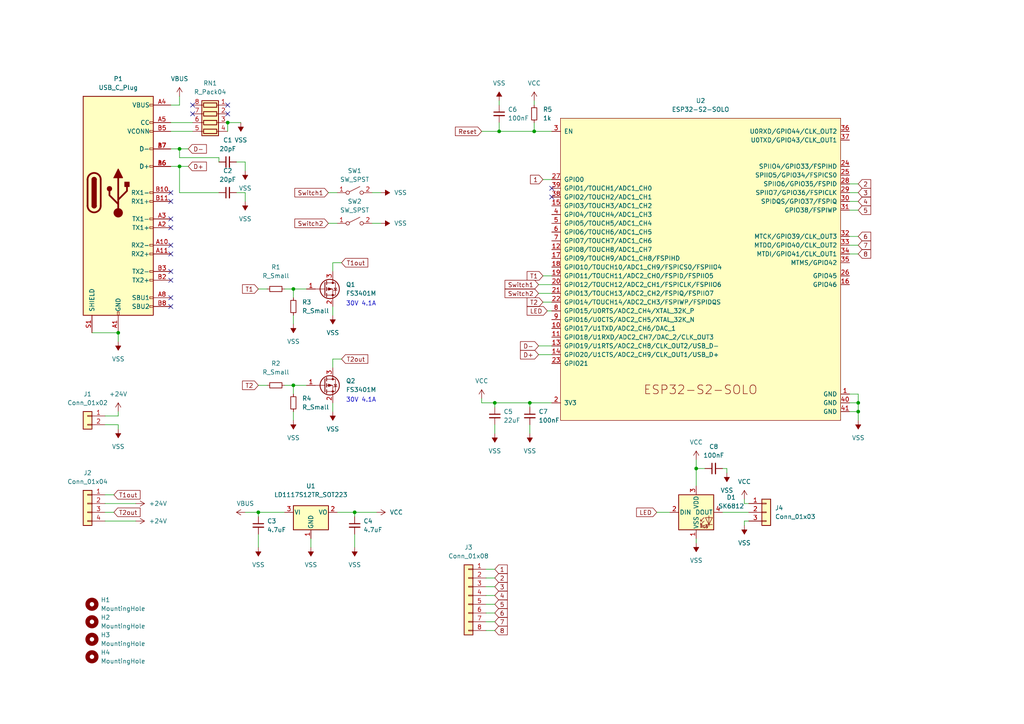
<source format=kicad_sch>
(kicad_sch (version 20211123) (generator eeschema)
  (paper "A4")
  (lib_symbols
    (symbol "Connector:USB_C_Plug" (pin_names (offset 1.016))
      (property "Reference" "P1" (at 0 33.02 0))
      (property "Value" "USB_C_Plug" (at 0 30.48 0))
      (symbol "USB_C_Plug_0_0"
        (rectangle (start -0.254 -35.56) (end 0.254 -34.544))
        (rectangle (start 10.16 -32.766) (end 9.144 -33.274))
        (rectangle (start 10.16 -30.226) (end 9.144 -30.734))
        (rectangle (start 10.16 -25.146) (end 9.144 -25.654))
        (rectangle (start 10.16 -22.606) (end 9.144 -23.114))
        (rectangle (start 10.16 -17.526) (end 9.144 -18.034))
        (rectangle (start 10.16 -14.986) (end 9.144 -15.494))
        (rectangle (start 10.16 -9.906) (end 9.144 -10.414))
        (rectangle (start 10.16 -7.366) (end 9.144 -7.874))
        (rectangle (start 10.16 -2.286) (end 9.144 -2.794))
        (rectangle (start 10.16 0.254) (end 9.144 -0.254))
        (rectangle (start 10.16 7.874) (end 9.144 7.366))
        (rectangle (start 10.16 12.954) (end 9.144 12.446))
        (rectangle (start 10.16 18.034) (end 9.144 17.526))
        (rectangle (start 10.16 20.574) (end 9.144 20.066))
        (rectangle (start 10.16 25.654) (end 9.144 25.146))
      )
      (symbol "USB_C_Plug_0_1"
        (rectangle (start -10.16 27.94) (end 10.16 -35.56) (stroke (width 0.254)) (fill (type background)))
        (arc (start -8.89 -3.81) (mid -6.985 -5.715) (end -5.08 -3.81) (stroke (width 0.508)))
        (arc (start -7.62 -3.81) (mid -6.985 -4.445) (end -6.35 -3.81) (stroke (width 0.254)))
        (arc (start -7.62 -3.81) (mid -6.985 -4.445) (end -6.35 -3.81) (stroke (width 0.254)) (fill (type outline)))
        (rectangle (start -7.62 -3.81) (end -6.35 3.81) (stroke (width 0.254)) (fill (type outline)))
        (arc (start -6.35 3.81) (mid -6.985 4.445) (end -7.62 3.81) (stroke (width 0.254)))
        (arc (start -6.35 3.81) (mid -6.985 4.445) (end -7.62 3.81) (stroke (width 0.254)) (fill (type outline)))
        (arc (start -5.08 3.81) (mid -6.985 5.715) (end -8.89 3.81) (stroke (width 0.508)))
        (polyline (pts (xy -8.89 -3.81) (xy -8.89 3.81)) (stroke (width 0.508)))
        (polyline (pts (xy -5.08 3.81) (xy -5.08 -3.81)) (stroke (width 0.508)))
      )
      (symbol "USB_C_Plug_1_1"
        (circle (center -2.54 1.143) (radius 0.635) (stroke (width 0.254)) (fill (type outline)))
        (circle (center 0 -5.842) (radius 1.27) (fill (type outline)))
        (polyline (pts (xy 0 -5.842) (xy 0 4.318)) (stroke (width 0.508)))
        (polyline (pts (xy 0 -3.302) (xy -2.54 -0.762) (xy -2.54 0.508)) (stroke (width 0.508)))
        (polyline (pts (xy 0 -2.032) (xy 2.54 0.508) (xy 2.54 1.778)) (stroke (width 0.508)))
        (polyline (pts (xy -1.27 4.318) (xy 0 6.858) (xy 1.27 4.318) (xy -1.27 4.318)) (stroke (width 0.254)) (fill (type outline)))
        (rectangle (start 1.905 1.778) (end 3.175 3.048) (stroke (width 0.254)) (fill (type outline)))
        (pin passive line (at 0 -40.64 90) (length 5.08) (name "GND") (number "A1"))
        (pin bidirectional line (at 15.24 -15.24 180) (length 5.08) (name "RX2-") (number "A10"))
        (pin bidirectional line (at 15.24 -17.78 180) (length 5.08) (name "RX2+") (number "A11"))
        (pin passive line (at 0 -40.64 90) (length 5.08) hide (name "GND") (number "A12"))
        (pin bidirectional line (at 15.24 -10.16 180) (length 5.08) (name "TX1+") (number "A2"))
        (pin bidirectional line (at 15.24 -7.62 180) (length 5.08) (name "TX1-") (number "A3"))
        (pin passive line (at 15.24 25.4 180) (length 5.08) (name "VBUS") (number "A4"))
        (pin bidirectional line (at 15.24 20.32 180) (length 5.08) (name "CC") (number "A5"))
        (pin bidirectional line (at 15.24 7.62 180) (length 5.08) (name "D+") (number "A6"))
        (pin bidirectional line (at 15.24 12.7 180) (length 5.08) (name "D-") (number "A7"))
        (pin bidirectional line (at 15.24 -30.48 180) (length 5.08) (name "SBU1") (number "A8"))
        (pin passive line (at 15.24 25.4 180) (length 5.08) hide (name "VBUS") (number "A9"))
        (pin passive line (at 0 -40.64 90) (length 5.08) hide (name "GND") (number "B1"))
        (pin bidirectional line (at 15.24 0 180) (length 5.08) (name "RX1-") (number "B10"))
        (pin bidirectional line (at 15.24 -2.54 180) (length 5.08) (name "RX1+") (number "B11"))
        (pin passive line (at 0 -40.64 90) (length 5.08) hide (name "GND") (number "B12"))
        (pin bidirectional line (at 15.24 -25.4 180) (length 5.08) (name "TX2+") (number "B2"))
        (pin bidirectional line (at 15.24 -22.86 180) (length 5.08) (name "TX2-") (number "B3"))
        (pin passive line (at 15.24 25.4 180) (length 5.08) hide (name "VBUS") (number "B4"))
        (pin bidirectional line (at 15.24 17.78 180) (length 5.08) (name "VCONN") (number "B5"))
        (pin bidirectional line (at 15.24 7.62 180) (length 5.08) (name "D+") (number "B6"))
        (pin bidirectional line (at 15.24 12.7 180) (length 5.08) (name "D-") (number "B7"))
        (pin bidirectional line (at 15.24 -33.02 180) (length 5.08) (name "SBU2") (number "B8"))
        (pin passive line (at 15.24 25.4 180) (length 5.08) hide (name "VBUS") (number "B9"))
        (pin passive line (at -7.62 -40.64 90) (length 5.08) (name "SHIELD") (number "S1"))
      )
    )
    (symbol "Connector_Generic:Conn_01x02" (pin_names (offset 1.016) hide)
      (property "Reference" "J" (at 0 2.54 0))
      (property "Value" "Conn_01x02" (at 0 -5.08 0))
      (symbol "Conn_01x02_1_1"
        (rectangle (start -1.27 -2.413) (end 0 -2.667) (stroke (width 0.1524)))
        (rectangle (start -1.27 0.127) (end 0 -0.127) (stroke (width 0.1524)))
        (rectangle (start -1.27 1.27) (end 1.27 -3.81) (stroke (width 0.254)) (fill (type background)))
        (pin passive line (at -5.08 0 0) (length 3.81) (name "Pin_1") (number "1"))
        (pin passive line (at -5.08 -2.54 0) (length 3.81) (name "Pin_2") (number "2"))
      )
    )
    (symbol "Connector_Generic:Conn_01x03" (pin_names (offset 1.016) hide)
      (property "Reference" "J" (at 0 5.08 0))
      (property "Value" "Conn_01x03" (at 0 -5.08 0))
      (symbol "Conn_01x03_1_1"
        (rectangle (start -1.27 -2.413) (end 0 -2.667) (stroke (width 0.1524)))
        (rectangle (start -1.27 0.127) (end 0 -0.127) (stroke (width 0.1524)))
        (rectangle (start -1.27 2.667) (end 0 2.413) (stroke (width 0.1524)))
        (rectangle (start -1.27 3.81) (end 1.27 -3.81) (stroke (width 0.254)) (fill (type background)))
        (pin passive line (at -5.08 2.54 0) (length 3.81) (name "Pin_1") (number "1"))
        (pin passive line (at -5.08 0 0) (length 3.81) (name "Pin_2") (number "2"))
        (pin passive line (at -5.08 -2.54 0) (length 3.81) (name "Pin_3") (number "3"))
      )
    )
    (symbol "Connector_Generic:Conn_01x04" (pin_names (offset 1.016) hide)
      (property "Reference" "J" (at 0 5.08 0))
      (property "Value" "Conn_01x04" (at 0 -7.62 0))
      (symbol "Conn_01x04_1_1"
        (rectangle (start -1.27 -4.953) (end 0 -5.207) (stroke (width 0.1524)))
        (rectangle (start -1.27 -2.413) (end 0 -2.667) (stroke (width 0.1524)))
        (rectangle (start -1.27 0.127) (end 0 -0.127) (stroke (width 0.1524)))
        (rectangle (start -1.27 2.667) (end 0 2.413) (stroke (width 0.1524)))
        (rectangle (start -1.27 3.81) (end 1.27 -6.35) (stroke (width 0.254)) (fill (type background)))
        (pin passive line (at -5.08 2.54 0) (length 3.81) (name "Pin_1") (number "1"))
        (pin passive line (at -5.08 0 0) (length 3.81) (name "Pin_2") (number "2"))
        (pin passive line (at -5.08 -2.54 0) (length 3.81) (name "Pin_3") (number "3"))
        (pin passive line (at -5.08 -5.08 0) (length 3.81) (name "Pin_4") (number "4"))
      )
    )
    (symbol "Connector_Generic:Conn_01x08" (pin_names (offset 1.016) hide)
      (property "Reference" "J" (at 0 10.16 0))
      (property "Value" "Conn_01x08" (at 0 -12.7 0))
      (symbol "Conn_01x08_1_1"
        (rectangle (start -1.27 -10.033) (end 0 -10.287) (stroke (width 0.1524)))
        (rectangle (start -1.27 -7.493) (end 0 -7.747) (stroke (width 0.1524)))
        (rectangle (start -1.27 -4.953) (end 0 -5.207) (stroke (width 0.1524)))
        (rectangle (start -1.27 -2.413) (end 0 -2.667) (stroke (width 0.1524)))
        (rectangle (start -1.27 0.127) (end 0 -0.127) (stroke (width 0.1524)))
        (rectangle (start -1.27 2.667) (end 0 2.413) (stroke (width 0.1524)))
        (rectangle (start -1.27 5.207) (end 0 4.953) (stroke (width 0.1524)))
        (rectangle (start -1.27 7.747) (end 0 7.493) (stroke (width 0.1524)))
        (rectangle (start -1.27 8.89) (end 1.27 -11.43) (stroke (width 0.254)) (fill (type background)))
        (pin passive line (at -5.08 7.62 0) (length 3.81) (name "Pin_1") (number "1"))
        (pin passive line (at -5.08 5.08 0) (length 3.81) (name "Pin_2") (number "2"))
        (pin passive line (at -5.08 2.54 0) (length 3.81) (name "Pin_3") (number "3"))
        (pin passive line (at -5.08 0 0) (length 3.81) (name "Pin_4") (number "4"))
        (pin passive line (at -5.08 -2.54 0) (length 3.81) (name "Pin_5") (number "5"))
        (pin passive line (at -5.08 -5.08 0) (length 3.81) (name "Pin_6") (number "6"))
        (pin passive line (at -5.08 -7.62 0) (length 3.81) (name "Pin_7") (number "7"))
        (pin passive line (at -5.08 -10.16 0) (length 3.81) (name "Pin_8") (number "8"))
      )
    )
    (symbol "Device:C_Small" (pin_numbers hide) (pin_names (offset 0.254) hide)
      (property "Reference" "C" (at 0.254 1.778 0))
      (property "Value" "C_Small" (at 0.254 -2.032 0))
      (symbol "C_Small_0_1"
        (polyline (pts (xy -1.524 -0.508) (xy 1.524 -0.508)) (stroke (width 0.3302)))
        (polyline (pts (xy -1.524 0.508) (xy 1.524 0.508)) (stroke (width 0.3048)))
      )
      (symbol "C_Small_1_1"
        (pin passive line (at 0 2.54 270) (length 2.032) (name "~") (number "1"))
        (pin passive line (at 0 -2.54 90) (length 2.032) (name "~") (number "2"))
      )
    )
    (symbol "Device:R_Pack04" (pin_names (offset 0) hide)
      (property "Reference" "RN" (at -7.62 0 90))
      (property "Value" "R_Pack04" (at 5.08 0 90))
      (symbol "R_Pack04_0_1"
        (rectangle (start -6.35 -2.413) (end 3.81 2.413) (stroke (width 0.254)) (fill (type background)))
        (rectangle (start -5.715 1.905) (end -4.445 -1.905) (stroke (width 0.254)))
        (rectangle (start -3.175 1.905) (end -1.905 -1.905) (stroke (width 0.254)))
        (rectangle (start -0.635 1.905) (end 0.635 -1.905) (stroke (width 0.254)))
        (polyline (pts (xy -5.08 -2.54) (xy -5.08 -1.905)))
        (polyline (pts (xy -5.08 1.905) (xy -5.08 2.54)))
        (polyline (pts (xy -2.54 -2.54) (xy -2.54 -1.905)))
        (polyline (pts (xy -2.54 1.905) (xy -2.54 2.54)))
        (polyline (pts (xy 0 -2.54) (xy 0 -1.905)))
        (polyline (pts (xy 0 1.905) (xy 0 2.54)))
        (polyline (pts (xy 2.54 -2.54) (xy 2.54 -1.905)))
        (polyline (pts (xy 2.54 1.905) (xy 2.54 2.54)))
        (rectangle (start 1.905 1.905) (end 3.175 -1.905) (stroke (width 0.254)))
      )
      (symbol "R_Pack04_1_1"
        (pin passive line (at -5.08 -5.08 90) (length 2.54) (name "R1.1") (number "1"))
        (pin passive line (at -2.54 -5.08 90) (length 2.54) (name "R2.1") (number "2"))
        (pin passive line (at 0 -5.08 90) (length 2.54) (name "R3.1") (number "3"))
        (pin passive line (at 2.54 -5.08 90) (length 2.54) (name "R4.1") (number "4"))
        (pin passive line (at 2.54 5.08 270) (length 2.54) (name "R4.2") (number "5"))
        (pin passive line (at 0 5.08 270) (length 2.54) (name "R3.2") (number "6"))
        (pin passive line (at -2.54 5.08 270) (length 2.54) (name "R2.2") (number "7"))
        (pin passive line (at -5.08 5.08 270) (length 2.54) (name "R1.2") (number "8"))
      )
    )
    (symbol "Device:R_Small" (pin_numbers hide) (pin_names (offset 0.254) hide)
      (property "Reference" "R" (at 0.762 0.508 0))
      (property "Value" "R_Small" (at 0.762 -1.016 0))
      (symbol "R_Small_0_1"
        (rectangle (start -0.762 1.778) (end 0.762 -1.778) (stroke (width 0.2032)))
      )
      (symbol "R_Small_1_1"
        (pin passive line (at 0 2.54 270) (length 0.762) (name "~") (number "1"))
        (pin passive line (at 0 -2.54 90) (length 0.762) (name "~") (number "2"))
      )
    )
    (symbol "Espressif:ESP32-S2-SOLO" (pin_names (offset 1.016))
      (property "Reference" "U" (at 0 43.18 0))
      (property "Value" "ESP32-S2-SOLO" (at 0 -46.99 0))
      (symbol "ESP32-S2-SOLO_0_1"
        (rectangle (start -40.64 41.91) (end 40.64 -45.72) (fill (type background)))
      )
      (symbol "ESP32-S2-SOLO_1_1"
        (text "ESP32-S2-SOLO" (at 0 -36.83 0) (effects (font (size 2.54 2.54))))
        (pin power_in line (at 43.18 -38.1 180) (length 2.54) (name "GND") (number "1"))
        (pin bidirectional line (at -43.18 -19.05 0) (length 2.54) (name "GPIO17/U1TXD/ADC2_CH6/DAC_1") (number "10"))
        (pin bidirectional line (at -43.18 -21.59 0) (length 2.54) (name "GPIO18/U1RXD/ADC2_CH7/DAC_2/CLK_OUT3") (number "11"))
        (pin bidirectional line (at -43.18 3.81 0) (length 2.54) (name "GPIO8/TOUCH8/ADC1_CH7") (number "12"))
        (pin bidirectional line (at -43.18 -24.13 0) (length 2.54) (name "GPIO19/U1RTS/ADC2_CH8/CLK_OUT2/USB_D-") (number "13"))
        (pin bidirectional line (at -43.18 -26.67 0) (length 2.54) (name "GPIO20/U1CTS/ADC2_CH9/CLK_OUT1/USB_D+") (number "14"))
        (pin bidirectional line (at -43.18 16.51 0) (length 2.54) (name "GPIO3/TOUCH3/ADC1_CH2") (number "15"))
        (pin input line (at 43.18 -6.35 180) (length 2.54) (name "GPIO46") (number "16"))
        (pin bidirectional line (at -43.18 1.27 0) (length 2.54) (name "GPIO9/TOUCH9/ADC1_CH8/FSPIHD") (number "17"))
        (pin bidirectional line (at -43.18 -1.27 0) (length 2.54) (name "GPIO10/TOUCH10/ADC1_CH9/FSPICS0/FSPIIO4") (number "18"))
        (pin bidirectional line (at -43.18 -3.81 0) (length 2.54) (name "GPIO11/TOUCH11/ADC2_CH0/FSPID/FSPIIO5") (number "19"))
        (pin power_in line (at -43.18 -40.64 0) (length 2.54) (name "3V3") (number "2"))
        (pin bidirectional line (at -43.18 -6.35 0) (length 2.54) (name "GPIO12/TOUCH12/ADC2_CH1/FSPICLK/FSPIIO6") (number "20"))
        (pin bidirectional line (at -43.18 -8.89 0) (length 2.54) (name "GPIO13/TOUCH13/ADC2_CH2/FSPIQ/FSPIIO7") (number "21"))
        (pin bidirectional line (at -43.18 -11.43 0) (length 2.54) (name "GPIO14/TOUCH14/ADC2_CH3/FSPIWP/FSPIDQS") (number "22"))
        (pin bidirectional line (at -43.18 -29.21 0) (length 2.54) (name "GPIO21") (number "23"))
        (pin bidirectional line (at 43.18 27.94 180) (length 2.54) (name "SPIIO4/GPIO33/FSPIHD") (number "24"))
        (pin bidirectional line (at 43.18 25.4 180) (length 2.54) (name "SPIIO5/GPIO34/FSPICS0") (number "25"))
        (pin bidirectional line (at 43.18 -3.81 180) (length 2.54) (name "GPIO45") (number "26"))
        (pin bidirectional line (at -43.18 24.13 0) (length 2.54) (name "GPIO0") (number "27"))
        (pin bidirectional line (at 43.18 22.86 180) (length 2.54) (name "SPIIO6/GPIO35/FSPID") (number "28"))
        (pin bidirectional line (at 43.18 20.32 180) (length 2.54) (name "SPIIO7/GPIO36/FSPICLK") (number "29"))
        (pin bidirectional line (at -43.18 38.1 0) (length 2.54) (name "EN") (number "3"))
        (pin bidirectional line (at 43.18 17.78 180) (length 2.54) (name "SPIDQS/GPIO37/FSPIQ") (number "30"))
        (pin bidirectional line (at 43.18 15.24 180) (length 2.54) (name "GPIO38/FSPIWP") (number "31"))
        (pin bidirectional line (at 43.18 7.62 180) (length 2.54) (name "MTCK/GPIO39/CLK_OUT3") (number "32"))
        (pin bidirectional line (at 43.18 5.08 180) (length 2.54) (name "MTDO/GPIO40/CLK_OUT2") (number "33"))
        (pin bidirectional line (at 43.18 2.54 180) (length 2.54) (name "MTDI/GPIO41/CLK_OUT1") (number "34"))
        (pin bidirectional line (at 43.18 0 180) (length 2.54) (name "MTMS/GPIO42") (number "35"))
        (pin bidirectional line (at 43.18 38.1 180) (length 2.54) (name "U0RXD/GPIO44/CLK_OUT2") (number "36"))
        (pin bidirectional line (at 43.18 35.56 180) (length 2.54) (name "U0TXD/GPIO43/CLK_OUT1") (number "37"))
        (pin bidirectional line (at -43.18 19.05 0) (length 2.54) (name "GPIO2/TOUCH2/ADC1_CH1") (number "38"))
        (pin bidirectional line (at -43.18 21.59 0) (length 2.54) (name "GPIO1/TOUCH1/ADC1_CH0") (number "39"))
        (pin bidirectional line (at -43.18 13.97 0) (length 2.54) (name "GPIO4/TOUCH4/ADC1_CH3") (number "4"))
        (pin input line (at 43.18 -40.64 180) (length 2.54) (name "GND") (number "40"))
        (pin input line (at 43.18 -43.18 180) (length 2.54) (name "GND") (number "41"))
        (pin bidirectional line (at -43.18 11.43 0) (length 2.54) (name "GPIO5/TOUCH5/ADC1_CH4") (number "5"))
        (pin bidirectional line (at -43.18 8.89 0) (length 2.54) (name "GPIO6/TOUCH6/ADC1_CH5") (number "6"))
        (pin bidirectional line (at -43.18 6.35 0) (length 2.54) (name "GPIO7/TOUCH7/ADC1_CH6") (number "7"))
        (pin bidirectional line (at -43.18 -13.97 0) (length 2.54) (name "GPIO15/U0RTS/ADC2_CH4/XTAL_32K_P") (number "8"))
        (pin bidirectional line (at -43.18 -16.51 0) (length 2.54) (name "GPIO16/U0CTS/ADC2_CH5/XTAL_32K_N") (number "9"))
      )
    )
    (symbol "LED:SK6812" (pin_names (offset 0.254))
      (property "Reference" "D" (at 5.08 5.715 0))
      (property "Value" "SK6812" (at 1.27 -5.715 0))
      (symbol "SK6812_0_0"
        (text "RGB" (at 2.286 -4.191 0) (effects (font (size 0.762 0.762))))
      )
      (symbol "SK6812_0_1"
        (polyline (pts (xy 1.27 -3.556) (xy 1.778 -3.556)))
        (polyline (pts (xy 1.27 -2.54) (xy 1.778 -2.54)))
        (polyline (pts (xy 4.699 -3.556) (xy 2.667 -3.556)))
        (polyline (pts (xy 2.286 -2.54) (xy 1.27 -3.556) (xy 1.27 -3.048)))
        (polyline (pts (xy 2.286 -1.524) (xy 1.27 -2.54) (xy 1.27 -2.032)))
        (polyline (pts (xy 3.683 -1.016) (xy 3.683 -3.556) (xy 3.683 -4.064)))
        (polyline (pts (xy 4.699 -1.524) (xy 2.667 -1.524) (xy 3.683 -3.556) (xy 4.699 -1.524)))
        (rectangle (start 5.08 5.08) (end -5.08 -5.08) (stroke (width 0.254)) (fill (type background)))
      )
      (symbol "SK6812_1_1"
        (pin power_in line (at 0 -7.62 90) (length 2.54) (name "VSS") (number "1"))
        (pin input line (at -7.62 0 0) (length 2.54) (name "DIN") (number "2"))
        (pin power_in line (at 0 7.62 270) (length 2.54) (name "VDD") (number "3"))
        (pin output line (at 7.62 0 180) (length 2.54) (name "DOUT") (number "4"))
      )
    )
    (symbol "Mechanical:MountingHole" (pin_names (offset 1.016))
      (property "Reference" "H" (at 0 5.08 0))
      (property "Value" "MountingHole" (at 0 3.175 0))
      (symbol "MountingHole_0_1"
        (circle (center 0 0) (radius 1.27) (stroke (width 1.27)))
      )
    )
    (symbol "Regulator_Linear:LD1117S12TR_SOT223" (pin_names (offset 0.254))
      (property "Reference" "U" (at -3.81 3.175 0))
      (property "Value" "LD1117S12TR_SOT223" (at 0 3.175 0))
      (symbol "LD1117S12TR_SOT223_0_1"
        (rectangle (start -5.08 -5.08) (end 5.08 1.905) (stroke (width 0.254)) (fill (type background)))
      )
      (symbol "LD1117S12TR_SOT223_1_1"
        (pin power_in line (at 0 -7.62 90) (length 2.54) (name "GND") (number "1"))
        (pin power_out line (at 7.62 0 180) (length 2.54) (name "VO") (number "2"))
        (pin power_in line (at -7.62 0 0) (length 2.54) (name "VI") (number "3"))
      )
    )
    (symbol "Switch:SW_SPST" (pin_names (offset 0) hide)
      (property "Reference" "SW" (at 0 3.175 0))
      (property "Value" "SW_SPST" (at 0 -2.54 0))
      (symbol "SW_SPST_0_0"
        (circle (center -2.032 0) (radius 0.508))
        (polyline (pts (xy -1.524 0.254) (xy 1.524 1.778)))
        (circle (center 2.032 0) (radius 0.508))
      )
      (symbol "SW_SPST_1_1"
        (pin passive line (at -5.08 0 0) (length 2.54) (name "A") (number "1"))
        (pin passive line (at 5.08 0 180) (length 2.54) (name "B") (number "2"))
      )
    )
    (symbol "Transistor_FET:AO3401A" (pin_names hide)
      (property "Reference" "Q" (at 5.08 1.905 0))
      (property "Value" "AO3401A" (at 5.08 0 0))
      (symbol "AO3401A_0_1"
        (polyline (pts (xy 0.254 0) (xy -2.54 0)))
        (polyline (pts (xy 0.254 1.905) (xy 0.254 -1.905)) (stroke (width 0.254)))
        (polyline (pts (xy 0.762 -1.27) (xy 0.762 -2.286)) (stroke (width 0.254)))
        (polyline (pts (xy 0.762 0.508) (xy 0.762 -0.508)) (stroke (width 0.254)))
        (polyline (pts (xy 0.762 2.286) (xy 0.762 1.27)) (stroke (width 0.254)))
        (polyline (pts (xy 2.54 2.54) (xy 2.54 1.778)))
        (polyline (pts (xy 2.54 -2.54) (xy 2.54 0) (xy 0.762 0)))
        (polyline (pts (xy 0.762 1.778) (xy 3.302 1.778) (xy 3.302 -1.778) (xy 0.762 -1.778)))
        (polyline (pts (xy 2.286 0) (xy 1.27 0.381) (xy 1.27 -0.381) (xy 2.286 0)) (fill (type outline)))
        (polyline (pts (xy 2.794 -0.508) (xy 2.921 -0.381) (xy 3.683 -0.381) (xy 3.81 -0.254)))
        (polyline (pts (xy 3.302 -0.381) (xy 2.921 0.254) (xy 3.683 0.254) (xy 3.302 -0.381)))
        (circle (center 1.651 0) (radius 2.794) (stroke (width 0.254)))
        (circle (center 2.54 -1.778) (radius 0.254) (fill (type outline)))
        (circle (center 2.54 1.778) (radius 0.254) (fill (type outline)))
      )
      (symbol "AO3401A_1_1"
        (pin input line (at -5.08 0 0) (length 2.54) (name "G") (number "1"))
        (pin passive line (at 2.54 -5.08 90) (length 2.54) (name "S") (number "2"))
        (pin passive line (at 2.54 5.08 270) (length 2.54) (name "D") (number "3"))
      )
    )
    (symbol "power:+24V" (power) (pin_names (offset 0))
      (property "Value" "+24V" (at 0 3.556 0))
      (symbol "+24V_0_1"
        (polyline (pts (xy -0.762 1.27) (xy 0 2.54)))
        (polyline (pts (xy 0 0) (xy 0 2.54)))
        (polyline (pts (xy 0 2.54) (xy 0.762 1.27)))
      )
      (symbol "+24V_1_1"
        (pin power_in line (at 0 0 90) (length 0) hide (name "+24V") (number "1"))
      )
    )
    (symbol "power:VBUS" (power) (pin_names (offset 0))
      (property "Value" "VBUS" (at 0 3.81 0))
      (symbol "VBUS_0_1"
        (polyline (pts (xy -0.762 1.27) (xy 0 2.54)))
        (polyline (pts (xy 0 0) (xy 0 2.54)))
        (polyline (pts (xy 0 2.54) (xy 0.762 1.27)))
      )
      (symbol "VBUS_1_1"
        (pin power_in line (at 0 0 90) (length 0) hide (name "VBUS") (number "1"))
      )
    )
    (symbol "power:VCC" (power) (pin_names (offset 0))
      (property "Value" "VCC" (at 0 3.81 0))
      (symbol "VCC_0_1"
        (polyline (pts (xy -0.762 1.27) (xy 0 2.54)))
        (polyline (pts (xy 0 0) (xy 0 2.54)))
        (polyline (pts (xy 0 2.54) (xy 0.762 1.27)))
      )
      (symbol "VCC_1_1"
        (pin power_in line (at 0 0 90) (length 0) hide (name "VCC") (number "1"))
      )
    )
    (symbol "power:VSS" (power) (pin_names (offset 0))
      (property "Value" "VSS" (at 0 3.81 0))
      (symbol "VSS_0_1"
        (polyline (pts (xy 0 0) (xy 0 2.54)))
        (polyline (pts (xy 0.762 1.27) (xy -0.762 1.27) (xy 0 2.54) (xy 0.762 1.27)) (fill (type outline)))
      )
      (symbol "VSS_1_1"
        (pin power_in line (at 0 0 90) (length 0) hide (name "VSS") (number "1"))
      )
    )
  )
  (junction (at 85.09 83.82))
  (junction (at 52.07 48.26))
  (junction (at 66.04 35.56))
  (junction (at 144.78 38.1))
  (junction (at 143.51 116.84))
  (junction (at 102.87 148.59))
  (junction (at 153.67 116.84))
  (junction (at 74.93 148.59))
  (junction (at 34.29 96.52))
  (junction (at 201.93 135.89))
  (junction (at 248.92 119.38))
  (junction (at 85.09 111.76))
  (junction (at 52.07 43.18))
  (junction (at 248.92 116.84))
  (junction (at 154.94 38.1))
  (no_connect (at 49.53 88.9))
  (no_connect (at 66.04 30.48))
  (no_connect (at 55.88 30.48))
  (no_connect (at 55.88 33.02))
  (no_connect (at 66.04 33.02))
  (no_connect (at 49.53 55.88))
  (no_connect (at 49.53 58.42))
  (no_connect (at 49.53 63.5))
  (no_connect (at 49.53 66.04))
  (no_connect (at 49.53 71.12))
  (no_connect (at 49.53 73.66))
  (no_connect (at 49.53 78.74))
  (no_connect (at 49.53 81.28))
  (no_connect (at 49.53 86.36))
  (no_connect (at 160.02 57.15))
  (no_connect (at 160.02 54.61))
  (wire (pts (xy 139.7 116.84) (xy 143.51 116.84)))
  (wire (pts (xy 140.97 165.1) (xy 143.51 165.1)))
  (wire (pts (xy 52.07 43.18) (xy 54.61 43.18)))
  (wire (pts (xy 190.5 148.59) (xy 194.31 148.59)))
  (wire (pts (xy 96.52 116.84) (xy 96.52 119.38)))
  (wire (pts (xy 102.87 148.59) (xy 102.87 149.86)))
  (wire (pts (xy 154.94 38.1) (xy 160.02 38.1)))
  (wire (pts (xy 52.07 48.26) (xy 52.07 55.88)))
  (wire (pts (xy 85.09 111.76) (xy 88.9 111.76)))
  (wire (pts (xy 156.21 85.09) (xy 160.02 85.09)))
  (wire (pts (xy 144.78 38.1) (xy 154.94 38.1)))
  (wire (pts (xy 30.48 148.59) (xy 33.02 148.59)))
  (wire (pts (xy 201.93 156.21) (xy 201.93 157.48)))
  (wire (pts (xy 30.48 151.13) (xy 39.37 151.13)))
  (wire (pts (xy 153.67 116.84) (xy 160.02 116.84)))
  (wire (pts (xy 248.92 114.3) (xy 246.38 114.3)))
  (wire (pts (xy 140.97 182.88) (xy 143.51 182.88)))
  (wire (pts (xy 107.95 64.77) (xy 110.49 64.77)))
  (wire (pts (xy 215.9 151.13) (xy 217.17 151.13)))
  (wire (pts (xy 95.25 55.88) (xy 97.79 55.88)))
  (wire (pts (xy 85.09 111.76) (xy 85.09 114.3)))
  (wire (pts (xy 156.21 102.87) (xy 160.02 102.87)))
  (wire (pts (xy 74.93 83.82) (xy 77.47 83.82)))
  (wire (pts (xy 156.21 82.55) (xy 160.02 82.55)))
  (wire (pts (xy 157.48 87.63) (xy 160.02 87.63)))
  (wire (pts (xy 74.93 111.76) (xy 77.47 111.76)))
  (wire (pts (xy 68.58 55.88) (xy 71.12 55.88)))
  (wire (pts (xy 97.79 148.59) (xy 102.87 148.59)))
  (wire (pts (xy 140.97 180.34) (xy 143.51 180.34)))
  (wire (pts (xy 215.9 144.78) (xy 215.9 146.05)))
  (wire (pts (xy 143.51 116.84) (xy 153.67 116.84)))
  (wire (pts (xy 246.38 119.38) (xy 248.92 119.38)))
  (wire (pts (xy 140.97 172.72) (xy 143.51 172.72)))
  (wire (pts (xy 49.53 43.18) (xy 52.07 43.18)))
  (wire (pts (xy 246.38 116.84) (xy 248.92 116.84)))
  (wire (pts (xy 102.87 154.94) (xy 102.87 158.75)))
  (wire (pts (xy 49.53 35.56) (xy 55.88 35.56)))
  (wire (pts (xy 52.07 55.88) (xy 63.5 55.88)))
  (wire (pts (xy 34.29 96.52) (xy 26.67 96.52)))
  (wire (pts (xy 99.06 104.14) (xy 96.52 104.14)))
  (wire (pts (xy 246.38 68.58) (xy 248.92 68.58)))
  (wire (pts (xy 153.67 116.84) (xy 153.67 118.11)))
  (wire (pts (xy 156.21 100.33) (xy 160.02 100.33)))
  (wire (pts (xy 52.07 45.72) (xy 63.5 45.72)))
  (wire (pts (xy 246.38 58.42) (xy 248.92 58.42)))
  (wire (pts (xy 248.92 116.84) (xy 248.92 114.3)))
  (wire (pts (xy 140.97 177.8) (xy 143.51 177.8)))
  (wire (pts (xy 154.94 35.56) (xy 154.94 38.1)))
  (wire (pts (xy 74.93 148.59) (xy 74.93 149.86)))
  (wire (pts (xy 30.48 123.19) (xy 34.29 123.19)))
  (wire (pts (xy 246.38 55.88) (xy 248.92 55.88)))
  (wire (pts (xy 154.94 29.21) (xy 154.94 30.48)))
  (wire (pts (xy 209.55 148.59) (xy 217.17 148.59)))
  (wire (pts (xy 63.5 45.72) (xy 63.5 46.99)))
  (wire (pts (xy 201.93 133.35) (xy 201.93 135.89)))
  (wire (pts (xy 82.55 111.76) (xy 85.09 111.76)))
  (wire (pts (xy 85.09 83.82) (xy 88.9 83.82)))
  (wire (pts (xy 96.52 104.14) (xy 96.52 106.68)))
  (wire (pts (xy 49.53 48.26) (xy 52.07 48.26)))
  (wire (pts (xy 49.53 38.1) (xy 55.88 38.1)))
  (wire (pts (xy 85.09 91.44) (xy 85.09 93.98)))
  (wire (pts (xy 85.09 83.82) (xy 85.09 86.36)))
  (wire (pts (xy 30.48 120.65) (xy 34.29 120.65)))
  (wire (pts (xy 68.58 46.99) (xy 71.12 46.99)))
  (wire (pts (xy 52.07 48.26) (xy 54.61 48.26)))
  (wire (pts (xy 139.7 38.1) (xy 144.78 38.1)))
  (wire (pts (xy 99.06 76.2) (xy 96.52 76.2)))
  (wire (pts (xy 210.82 137.16) (xy 210.82 135.89)))
  (wire (pts (xy 201.93 135.89) (xy 204.47 135.89)))
  (wire (pts (xy 144.78 35.56) (xy 144.78 38.1)))
  (wire (pts (xy 153.67 123.19) (xy 153.67 125.73)))
  (wire (pts (xy 140.97 175.26) (xy 143.51 175.26)))
  (wire (pts (xy 34.29 120.65) (xy 34.29 119.38)))
  (wire (pts (xy 30.48 143.51) (xy 33.02 143.51)))
  (wire (pts (xy 52.07 30.48) (xy 52.07 27.94)))
  (wire (pts (xy 248.92 119.38) (xy 248.92 116.84)))
  (wire (pts (xy 246.38 53.34) (xy 248.92 53.34)))
  (wire (pts (xy 90.17 156.21) (xy 90.17 158.75)))
  (wire (pts (xy 66.04 35.56) (xy 69.85 35.56)))
  (wire (pts (xy 140.97 170.18) (xy 143.51 170.18)))
  (wire (pts (xy 144.78 29.21) (xy 144.78 30.48)))
  (wire (pts (xy 107.95 55.88) (xy 110.49 55.88)))
  (wire (pts (xy 95.25 64.77) (xy 97.79 64.77)))
  (wire (pts (xy 34.29 99.06) (xy 34.29 96.52)))
  (wire (pts (xy 71.12 46.99) (xy 71.12 49.53)))
  (wire (pts (xy 215.9 152.4) (xy 215.9 151.13)))
  (wire (pts (xy 215.9 146.05) (xy 217.17 146.05)))
  (wire (pts (xy 66.04 35.56) (xy 66.04 38.1)))
  (wire (pts (xy 248.92 121.92) (xy 248.92 119.38)))
  (wire (pts (xy 34.29 123.19) (xy 34.29 124.46)))
  (wire (pts (xy 201.93 135.89) (xy 201.93 140.97)))
  (wire (pts (xy 74.93 148.59) (xy 82.55 148.59)))
  (wire (pts (xy 140.97 167.64) (xy 143.51 167.64)))
  (wire (pts (xy 71.12 55.88) (xy 71.12 58.42)))
  (wire (pts (xy 143.51 116.84) (xy 143.51 118.11)))
  (wire (pts (xy 30.48 146.05) (xy 39.37 146.05)))
  (wire (pts (xy 246.38 71.12) (xy 248.92 71.12)))
  (wire (pts (xy 74.93 154.94) (xy 74.93 158.75)))
  (wire (pts (xy 96.52 76.2) (xy 96.52 78.74)))
  (wire (pts (xy 82.55 83.82) (xy 85.09 83.82)))
  (wire (pts (xy 52.07 43.18) (xy 52.07 45.72)))
  (wire (pts (xy 49.53 30.48) (xy 52.07 30.48)))
  (wire (pts (xy 158.75 90.17) (xy 160.02 90.17)))
  (wire (pts (xy 85.09 119.38) (xy 85.09 121.92)))
  (wire (pts (xy 157.48 80.01) (xy 160.02 80.01)))
  (wire (pts (xy 246.38 73.66) (xy 248.92 73.66)))
  (wire (pts (xy 246.38 60.96) (xy 248.92 60.96)))
  (wire (pts (xy 143.51 123.19) (xy 143.51 125.73)))
  (wire (pts (xy 102.87 148.59) (xy 109.22 148.59)))
  (wire (pts (xy 139.7 115.57) (xy 139.7 116.84)))
  (wire (pts (xy 157.48 52.07) (xy 160.02 52.07)))
  (wire (pts (xy 210.82 135.89) (xy 209.55 135.89)))
  (wire (pts (xy 71.12 148.59) (xy 74.93 148.59)))
  (wire (pts (xy 96.52 88.9) (xy 96.52 91.44)))
  (text "30V 4.1A\n" (at 100.33 88.9 0) (effects (font (size 1.27 1.27)) (justify left bottom)))
  (text "30V 4.1A\n" (at 100.33 116.84 0) (effects (font (size 1.27 1.27)) (justify left bottom)))
  (global_label "4" (shape input) (at 143.51 172.72 0) (property "Intersheet References" "${INTERSHEET_REFS}" (effects hide)))
  (global_label "Switch2" (shape input) (at 156.21 85.09 180) (property "Intersheet References" "${INTERSHEET_REFS}" (effects hide)))
  (global_label "T1out" (shape input) (at 99.06 76.2 0) (property "Intersheet References" "${INTERSHEET_REFS}" (effects hide)))
  (global_label "6" (shape input) (at 248.92 68.58 0) (property "Intersheet References" "${INTERSHEET_REFS}" (effects hide)))
  (global_label "5" (shape input) (at 248.92 60.96 0) (property "Intersheet References" "${INTERSHEET_REFS}" (effects hide)))
  (global_label "6" (shape input) (at 143.51 177.8 0) (property "Intersheet References" "${INTERSHEET_REFS}" (effects hide)))
  (global_label "8" (shape input) (at 143.51 182.88 0) (property "Intersheet References" "${INTERSHEET_REFS}" (effects hide)))
  (global_label "D+" (shape input) (at 54.61 48.26 0) (property "Intersheet References" "${INTERSHEET_REFS}" (effects hide)))
  (global_label "T1" (shape input) (at 74.93 83.82 180) (property "Intersheet References" "${INTERSHEET_REFS}" (effects hide)))
  (global_label "5" (shape input) (at 143.51 175.26 0) (property "Intersheet References" "${INTERSHEET_REFS}" (effects hide)))
  (global_label "T2" (shape input) (at 74.93 111.76 180) (property "Intersheet References" "${INTERSHEET_REFS}" (effects hide)))
  (global_label "T2" (shape input) (at 157.48 87.63 180) (property "Intersheet References" "${INTERSHEET_REFS}" (effects hide)))
  (global_label "4" (shape input) (at 248.92 58.42 0) (property "Intersheet References" "${INTERSHEET_REFS}" (effects hide)))
  (global_label "2" (shape input) (at 143.51 167.64 0) (property "Intersheet References" "${INTERSHEET_REFS}" (effects hide)))
  (global_label "D-" (shape input) (at 54.61 43.18 0) (property "Intersheet References" "${INTERSHEET_REFS}" (effects hide)))
  (global_label "Reset" (shape input) (at 139.7 38.1 180) (property "Intersheet References" "${INTERSHEET_REFS}" (effects hide)))
  (global_label "Switch1" (shape input) (at 156.21 82.55 180) (property "Intersheet References" "${INTERSHEET_REFS}" (effects hide)))
  (global_label "1" (shape input) (at 157.48 52.07 180) (property "Intersheet References" "${INTERSHEET_REFS}" (effects hide)))
  (global_label "8" (shape input) (at 248.92 73.66 0) (property "Intersheet References" "${INTERSHEET_REFS}" (effects hide)))
  (global_label "3" (shape input) (at 143.51 170.18 0) (property "Intersheet References" "${INTERSHEET_REFS}" (effects hide)))
  (global_label "3" (shape input) (at 248.92 55.88 0) (property "Intersheet References" "${INTERSHEET_REFS}" (effects hide)))
  (global_label "T1out" (shape input) (at 33.02 143.51 0) (property "Intersheet References" "${INTERSHEET_REFS}" (effects hide)))
  (global_label "D+" (shape input) (at 156.21 102.87 180) (property "Intersheet References" "${INTERSHEET_REFS}" (effects hide)))
  (global_label "T2out" (shape input) (at 99.06 104.14 0) (property "Intersheet References" "${INTERSHEET_REFS}" (effects hide)))
  (global_label "Switch2" (shape input) (at 95.25 64.77 180) (property "Intersheet References" "${INTERSHEET_REFS}" (effects hide)))
  (global_label "2" (shape input) (at 248.92 53.34 0) (property "Intersheet References" "${INTERSHEET_REFS}" (effects hide)))
  (global_label "Switch1" (shape input) (at 95.25 55.88 180) (property "Intersheet References" "${INTERSHEET_REFS}" (effects hide)))
  (global_label "T1" (shape input) (at 157.48 80.01 180) (property "Intersheet References" "${INTERSHEET_REFS}" (effects hide)))
  (global_label "LED" (shape input) (at 158.75 90.17 180) (property "Intersheet References" "${INTERSHEET_REFS}" (effects hide)))
  (global_label "7" (shape input) (at 143.51 180.34 0) (property "Intersheet References" "${INTERSHEET_REFS}" (effects hide)))
  (global_label "D-" (shape input) (at 156.21 100.33 180) (property "Intersheet References" "${INTERSHEET_REFS}" (effects hide)))
  (global_label "LED" (shape input) (at 190.5 148.59 180) (property "Intersheet References" "${INTERSHEET_REFS}" (effects hide)))
  (global_label "T2out" (shape input) (at 33.02 148.59 0) (property "Intersheet References" "${INTERSHEET_REFS}" (effects hide)))
  (global_label "7" (shape input) (at 248.92 71.12 0) (property "Intersheet References" "${INTERSHEET_REFS}" (effects hide)))
  (global_label "1" (shape input) (at 143.51 165.1 0) (property "Intersheet References" "${INTERSHEET_REFS}" (effects hide)))
  (symbol (lib_id "power:VSS") (at 71.12 58.42 180) (unit 1)
    (property "Reference" "#PWR09" (effects hide))
    (property "Value" "VSS" (at 71.12 63.5 0))
  )
  (symbol (lib_id "power:VSS") (at 248.92 121.92 180) (unit 1)
    (property "Reference" "#PWR031" (effects hide))
    (property "Value" "VSS" (at 248.92 127 0))
  )
  (symbol (lib_id "power:VCC") (at 139.7 115.57 0) (unit 1)
    (property "Reference" "#PWR021" (effects hide))
    (property "Value" "VCC" (at 139.7 110.49 0))
  )
  (symbol (lib_id "power:VCC") (at 109.22 148.59 270) (unit 1)
    (property "Reference" "#PWR018" (effects hide))
    (property "Value" "VCC" (at 113.03 148.5899 90) (effects (justify left)))
  )
  (symbol (lib_id "Device:C_Small") (at 207.01 135.89 90) (unit 1)
    (property "Reference" "C8" (at 207.0163 129.54 90))
    (property "Value" "100nF" (at 207.0163 132.08 90))
    (property "Footprint" "Capacitor_SMD:C_0805_2012Metric" (effects hide))
  )
  (symbol (lib_id "power:VSS") (at 96.52 119.38 180) (unit 1)
    (property "Reference" "#PWR016" (effects hide))
    (property "Value" "VSS" (at 96.52 124.46 0))
  )
  (symbol (lib_id "Espressif:ESP32-S2-SOLO") (at 203.2 76.2 0) (unit 1)
    (property "Reference" "U2" (at 203.2 29.21 0))
    (property "Value" "ESP32-S2-SOLO" (at 203.2 31.75 0))
    (property "Footprint" "Espressif:ESP32-S2-SOLO" (effects hide))
    (property "Datasheet" "https://www.espressif.com/sites/default/files/documentation/esp32-s2-solo_esp32-s2-solo-u_datasheet_en.pdf" (effects hide))
  )
  (symbol (lib_id "power:VSS") (at 69.85 35.56 180) (unit 1)
    (property "Reference" "#PWR07" (effects hide))
    (property "Value" "VSS" (at 69.85 40.64 0))
  )
  (symbol (lib_id "power:VBUS") (at 52.07 27.94 0) (unit 1)
    (property "Reference" "#PWR06" (effects hide))
    (property "Value" "VBUS" (at 52.07 22.86 0))
  )
  (symbol (lib_id "Device:R_Small") (at 85.09 88.9 180) (unit 1)
    (property "Reference" "R3" (at 87.63 87.6299 0) (effects (justify right)))
    (property "Value" "R_Small" (at 87.63 90.1699 0) (effects (justify right)))
    (property "Footprint" "Resistor_SMD:R_0805_2012Metric" (effects hide))
  )
  (symbol (lib_id "power:VBUS") (at 71.12 148.59 90) (unit 1)
    (property "Reference" "#PWR010" (effects hide))
    (property "Value" "VBUS" (at 68.58 146.05 90) (effects (justify right)))
  )
  (symbol (lib_id "Connector_Generic:Conn_01x02") (at 25.4 120.65 0) (mirror y) (unit 1)
    (property "Reference" "J1" (at 25.4 114.3 0))
    (property "Value" "Conn_01x02" (at 25.4 116.84 0))
    (property "Footprint" "TerminalBlock:TerminalBlock_Altech_AK300-2_P5.00mm" (effects hide))
  )
  (symbol (lib_id "power:VSS") (at 210.82 137.16 180) (unit 1)
    (property "Reference" "#PWR028" (effects hide))
    (property "Value" "VSS" (at 210.82 142.24 0))
  )
  (symbol (lib_id "Mechanical:MountingHole") (at 26.67 190.5 0) (unit 1)
    (property "Reference" "H4" (at 29.21 189.2299 0) (effects (justify left)))
    (property "Value" "MountingHole" (at 29.21 191.7699 0) (effects (justify left)))
    (property "Footprint" "MountingHole:MountingHole_4.3mm_M4" (effects hide))
  )
  (symbol (lib_id "power:VSS") (at 34.29 124.46 180) (unit 1)
    (property "Reference" "#PWR03" (effects hide))
    (property "Value" "VSS" (at 34.29 129.54 0))
  )
  (symbol (lib_id "power:VSS") (at 71.12 49.53 180) (unit 1)
    (property "Reference" "#PWR08" (effects hide))
    (property "Value" "VSS" (at 71.12 54.61 0))
  )
  (symbol (lib_id "Connector_Generic:Conn_01x08") (at 135.89 172.72 0) (mirror y) (unit 1)
    (property "Reference" "J3" (at 135.89 158.75 0))
    (property "Value" "Conn_01x08" (at 135.89 161.29 0))
    (property "Footprint" "Connector_PinHeader_2.54mm:PinHeader_1x08_P2.54mm_Vertical" (effects hide))
  )
  (symbol (lib_id "Device:C_Small") (at 144.78 33.02 0) (unit 1)
    (property "Reference" "C6" (at 147.32 31.7562 0) (effects (justify left)))
    (property "Value" "100nF" (at 147.32 34.2962 0) (effects (justify left)))
    (property "Footprint" "Capacitor_SMD:C_0805_2012Metric" (effects hide))
  )
  (symbol (lib_id "Device:C_Small") (at 66.04 46.99 90) (unit 1)
    (property "Reference" "C1" (at 66.0463 40.64 90))
    (property "Value" "20pF" (at 66.0463 43.18 90))
    (property "Footprint" "Capacitor_SMD:C_0805_2012Metric" (effects hide))
  )
  (symbol (lib_id "power:VSS") (at 85.09 93.98 180) (unit 1)
    (property "Reference" "#PWR012" (effects hide))
    (property "Value" "VSS" (at 85.09 99.06 0))
  )
  (symbol (lib_id "power:VCC") (at 215.9 144.78 0) (unit 1)
    (property "Reference" "#PWR029" (effects hide))
    (property "Value" "VCC" (at 215.9 139.7 0))
  )
  (symbol (lib_id "Transistor_FET:AO3401A") (at 93.98 83.82 0) (unit 1)
    (property "Reference" "Q1" (at 100.33 82.5499 0) (effects (justify left)))
    (property "Value" "FS3401M" (at 100.33 85.0899 0) (effects (justify left)))
    (property "Footprint" "Package_TO_SOT_SMD:SOT-23" (effects hide))
    (property "Datasheet" "http://www.aosmd.com/pdfs/datasheet/AO3401A.pdf" (effects hide))
  )
  (symbol (lib_id "power:VSS") (at 74.93 158.75 180) (unit 1)
    (property "Reference" "#PWR011" (effects hide))
    (property "Value" "VSS" (at 74.93 163.83 0))
  )
  (symbol (lib_id "power:VSS") (at 110.49 55.88 270) (unit 1)
    (property "Reference" "#PWR019" (effects hide))
    (property "Value" "VSS" (at 114.3 55.8799 90) (effects (justify left)))
  )
  (symbol (lib_id "power:+24V") (at 34.29 119.38 0) (unit 1)
    (property "Reference" "#PWR02" (effects hide))
    (property "Value" "+24V" (at 34.29 114.3 0))
  )
  (symbol (lib_id "Mechanical:MountingHole") (at 26.67 180.34 0) (unit 1)
    (property "Reference" "H2" (at 29.21 179.0699 0) (effects (justify left)))
    (property "Value" "MountingHole" (at 29.21 181.6099 0) (effects (justify left)))
    (property "Footprint" "MountingHole:MountingHole_4.3mm_M4" (effects hide))
  )
  (symbol (lib_id "power:VSS") (at 143.51 125.73 180) (unit 1)
    (property "Reference" "#PWR022" (effects hide))
    (property "Value" "VSS" (at 143.51 130.81 0))
  )
  (symbol (lib_id "Device:C_Small") (at 66.04 55.88 90) (unit 1)
    (property "Reference" "C2" (at 66.0463 49.53 90))
    (property "Value" "20pF" (at 66.0463 52.07 90))
    (property "Footprint" "Capacitor_SMD:C_0805_2012Metric" (effects hide))
  )
  (symbol (lib_id "power:VSS") (at 110.49 64.77 270) (unit 1)
    (property "Reference" "#PWR020" (effects hide))
    (property "Value" "VSS" (at 114.3 64.7699 90) (effects (justify left)))
  )
  (symbol (lib_id "power:VSS") (at 201.93 157.48 180) (unit 1)
    (property "Reference" "#PWR027" (effects hide))
    (property "Value" "VSS" (at 201.93 162.56 0))
  )
  (symbol (lib_id "Switch:SW_SPST") (at 102.87 55.88 0) (unit 1)
    (property "Reference" "SW1" (at 102.87 49.53 0))
    (property "Value" "SW_SPST" (at 102.87 52.07 0))
    (property "Footprint" "Button_Switch_SMD:SW_SPST_B3SL-1002P" (effects hide))
  )
  (symbol (lib_id "Device:C_Small") (at 153.67 120.65 0) (unit 1)
    (property "Reference" "C7" (at 156.21 119.3862 0) (effects (justify left)))
    (property "Value" "100nF" (at 156.21 121.9262 0) (effects (justify left)))
    (property "Footprint" "Capacitor_SMD:C_0805_2012Metric" (effects hide))
  )
  (symbol (lib_id "power:+24V") (at 39.37 146.05 270) (unit 1)
    (property "Reference" "#PWR04" (effects hide))
    (property "Value" "+24V" (at 43.18 146.0499 90) (effects (justify left)))
  )
  (symbol (lib_id "power:VCC") (at 201.93 133.35 0) (unit 1)
    (property "Reference" "#PWR026" (effects hide))
    (property "Value" "VCC" (at 201.93 128.27 0))
  )
  (symbol (lib_id "Device:R_Small") (at 154.94 33.02 0) (unit 1)
    (property "Reference" "R5" (at 157.48 31.7499 0) (effects (justify left)))
    (property "Value" "1k" (at 157.48 34.2899 0) (effects (justify left)))
    (property "Footprint" "Resistor_SMD:R_0805_2012Metric" (effects hide))
  )
  (symbol (lib_id "Device:R_Small") (at 85.09 116.84 180) (unit 1)
    (property "Reference" "R4" (at 87.63 115.5699 0) (effects (justify right)))
    (property "Value" "R_Small" (at 87.63 118.1099 0) (effects (justify right)))
    (property "Footprint" "Resistor_SMD:R_0805_2012Metric" (effects hide))
  )
  (symbol (lib_id "Connector:USB_C_Plug") (at 34.29 55.88 0) (unit 1)
    (property "Reference" "P1" (at 34.29 22.86 0))
    (property "Value" "USB_C_Plug" (at 34.29 25.4 0))
    (property "Footprint" "BadgePirates:USB_C_Receptical-Jing" (effects hide))
    (property "Datasheet" "https://www.usb.org/sites/default/files/documents/usb_type-c.zip" (effects hide))
  )
  (symbol (lib_id "power:VSS") (at 102.87 158.75 180) (unit 1)
    (property "Reference" "#PWR017" (effects hide))
    (property "Value" "VSS" (at 102.87 163.83 0))
  )
  (symbol (lib_id "power:VSS") (at 144.78 29.21 0) (unit 1)
    (property "Reference" "#PWR023" (effects hide))
    (property "Value" "VSS" (at 144.78 24.13 0))
  )
  (symbol (lib_id "power:VSS") (at 215.9 152.4 180) (unit 1)
    (property "Reference" "#PWR030" (effects hide))
    (property "Value" "VSS" (at 215.9 157.48 0))
  )
  (symbol (lib_id "power:VCC") (at 154.94 29.21 0) (unit 1)
    (property "Reference" "#PWR025" (effects hide))
    (property "Value" "VCC" (at 154.94 24.13 0))
  )
  (symbol (lib_id "Transistor_FET:AO3401A") (at 93.98 111.76 0) (unit 1)
    (property "Reference" "Q2" (at 100.33 110.4899 0) (effects (justify left)))
    (property "Value" "FS3401M" (at 100.33 113.0299 0) (effects (justify left)))
    (property "Footprint" "Package_TO_SOT_SMD:SOT-23" (effects hide))
    (property "Datasheet" "http://www.aosmd.com/pdfs/datasheet/AO3401A.pdf" (effects hide))
  )
  (symbol (lib_id "Device:C_Small") (at 102.87 152.4 0) (unit 1)
    (property "Reference" "C4" (at 105.41 151.1362 0) (effects (justify left)))
    (property "Value" "4.7uF" (at 105.41 153.6762 0) (effects (justify left)))
    (property "Footprint" "Capacitor_SMD:C_0805_2012Metric" (effects hide))
  )
  (symbol (lib_id "Device:R_Small") (at 80.01 83.82 90) (unit 1)
    (property "Reference" "R1" (at 80.01 77.47 90))
    (property "Value" "R_Small" (at 80.01 80.01 90))
    (property "Footprint" "Resistor_SMD:R_0805_2012Metric" (effects hide))
  )
  (symbol (lib_id "Mechanical:MountingHole") (at 26.67 175.26 0) (unit 1)
    (property "Reference" "H1" (at 29.21 173.9899 0) (effects (justify left)))
    (property "Value" "MountingHole" (at 29.21 176.5299 0) (effects (justify left)))
    (property "Footprint" "MountingHole:MountingHole_4.3mm_M4" (effects hide))
  )
  (symbol (lib_id "power:+24V") (at 39.37 151.13 270) (unit 1)
    (property "Reference" "#PWR05" (effects hide))
    (property "Value" "+24V" (at 43.18 151.1299 90) (effects (justify left)))
  )
  (symbol (lib_id "Device:C_Small") (at 74.93 152.4 0) (unit 1)
    (property "Reference" "C3" (at 77.47 151.1362 0) (effects (justify left)))
    (property "Value" "4.7uF" (at 77.47 153.6762 0) (effects (justify left)))
    (property "Footprint" "Capacitor_SMD:C_0805_2012Metric" (effects hide))
  )
  (symbol (lib_id "power:VSS") (at 153.67 125.73 180) (unit 1)
    (property "Reference" "#PWR024" (effects hide))
    (property "Value" "VSS" (at 153.67 130.81 0))
  )
  (symbol (lib_id "LED:SK6812") (at 201.93 148.59 0) (unit 1)
    (property "Reference" "D1" (at 212.09 144.2593 0))
    (property "Value" "SK6812" (at 212.09 146.7993 0))
    (property "Footprint" "LED_SMD:LED_SK6812_PLCC4_5.0x5.0mm_P3.2mm" (effects hide))
    (property "Datasheet" "https://cdn-shop.adafruit.com/product-files/1138/SK6812+LED+datasheet+.pdf" (effects hide))
  )
  (symbol (lib_id "Mechanical:MountingHole") (at 26.67 185.42 0) (unit 1)
    (property "Reference" "H3" (at 29.21 184.1499 0) (effects (justify left)))
    (property "Value" "MountingHole" (at 29.21 186.6899 0) (effects (justify left)))
    (property "Footprint" "MountingHole:MountingHole_4.3mm_M4" (effects hide))
  )
  (symbol (lib_id "Device:R_Pack04") (at 60.96 35.56 90) (mirror x) (unit 1)
    (property "Reference" "RN1" (at 60.96 24.13 90))
    (property "Value" "R_Pack04" (at 60.96 26.67 90))
    (property "Footprint" "Resistor_SMD:R_Array_Concave_4x0603" (effects hide))
  )
  (symbol (lib_id "Regulator_Linear:LD1117S12TR_SOT223") (at 90.17 148.59 0) (unit 1)
    (property "Reference" "U1" (at 90.17 140.97 0))
    (property "Value" "LD1117S12TR_SOT223" (at 90.17 143.51 0))
    (property "Footprint" "Package_TO_SOT_SMD:SOT-223-3_TabPin2" (effects hide))
    (property "Datasheet" "http://www.st.com/st-web-ui/static/active/en/resource/technical/document/datasheet/CD00000544.pdf" (effects hide))
  )
  (symbol (lib_id "power:VSS") (at 34.29 99.06 180) (unit 1)
    (property "Reference" "#PWR01" (effects hide))
    (property "Value" "VSS" (at 34.29 104.14 0))
  )
  (symbol (lib_id "power:VSS") (at 90.17 158.75 180) (unit 1)
    (property "Reference" "#PWR014" (effects hide))
    (property "Value" "VSS" (at 90.17 163.83 0))
  )
  (symbol (lib_id "Device:R_Small") (at 80.01 111.76 90) (unit 1)
    (property "Reference" "R2" (at 80.01 105.41 90))
    (property "Value" "R_Small" (at 80.01 107.95 90))
    (property "Footprint" "Resistor_SMD:R_0805_2012Metric" (effects hide))
  )
  (symbol (lib_id "power:VSS") (at 85.09 121.92 180) (unit 1)
    (property "Reference" "#PWR013" (effects hide))
    (property "Value" "VSS" (at 85.09 127 0))
  )
  (symbol (lib_id "Connector_Generic:Conn_01x03") (at 222.25 148.59 0) (unit 1)
    (property "Reference" "J4" (at 224.79 147.3199 0) (effects (justify left)))
    (property "Value" "Conn_01x03" (at 224.79 149.8599 0) (effects (justify left)))
    (property "Footprint" "Connector_PinHeader_2.54mm:PinHeader_1x03_P2.54mm_Vertical" (effects hide))
  )
  (symbol (lib_id "Switch:SW_SPST") (at 102.87 64.77 0) (unit 1)
    (property "Reference" "SW2" (at 102.87 58.42 0))
    (property "Value" "SW_SPST" (at 102.87 60.96 0))
    (property "Footprint" "Button_Switch_SMD:SW_SPST_B3SL-1002P" (effects hide))
  )
  (symbol (lib_id "Connector_Generic:Conn_01x04") (at 25.4 146.05 0) (mirror y) (unit 1)
    (property "Reference" "J2" (at 25.4 137.16 0))
    (property "Value" "Conn_01x04" (at 25.4 139.7 0))
    (property "Footprint" "TerminalBlock:TerminalBlock_Altech_AK300-4_P5.00mm" (effects hide))
  )
  (symbol (lib_id "power:VSS") (at 96.52 91.44 180) (unit 1)
    (property "Reference" "#PWR015" (effects hide))
    (property "Value" "VSS" (at 96.52 96.52 0))
  )
  (symbol (lib_id "Device:C_Small") (at 143.51 120.65 0) (unit 1)
    (property "Reference" "C5" (at 146.05 119.3862 0) (effects (justify left)))
    (property "Value" "22uF" (at 146.05 121.9262 0) (effects (justify left)))
    (property "Footprint" "Capacitor_SMD:C_0805_2012Metric" (effects hide))
  )
)
</source>
